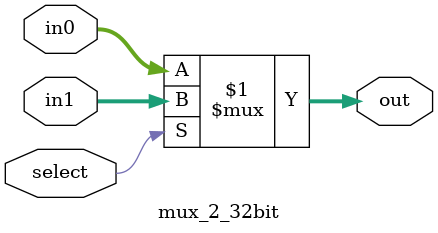
<source format=v>
module mux_2_32bit(out, select, in0, in1);
	input select;
	input [31:0] in0, in1;
	output [31:0] out;
	assign out = select ? in1 : in0;
endmodule
</source>
